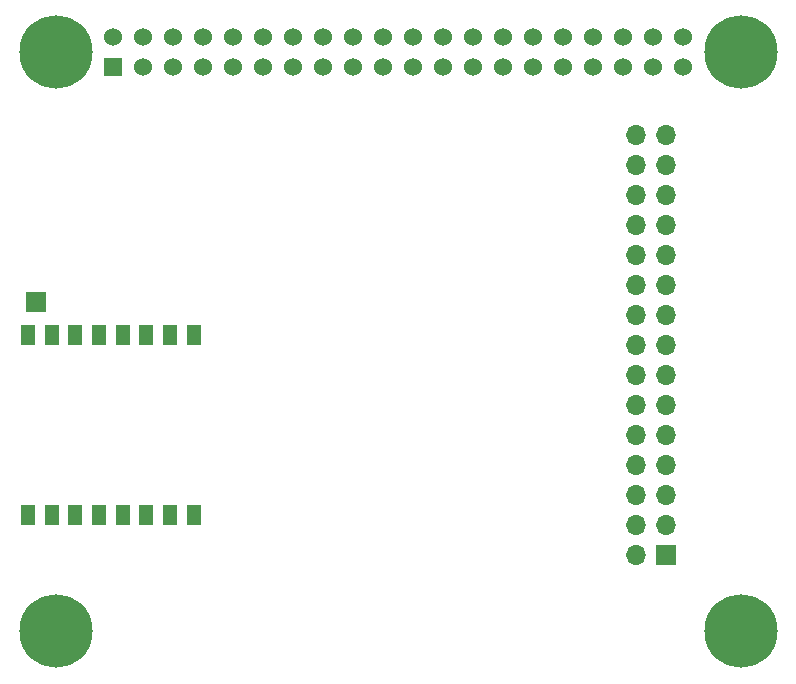
<source format=gbr>
G04 #@! TF.GenerationSoftware,KiCad,Pcbnew,5.1.7-a382d34a8~88~ubuntu18.04.1*
G04 #@! TF.CreationDate,2021-05-25T15:59:45+05:30*
G04 #@! TF.ProjectId,Gateway_v1,47617465-7761-4795-9f76-312e6b696361,rev?*
G04 #@! TF.SameCoordinates,Original*
G04 #@! TF.FileFunction,Soldermask,Bot*
G04 #@! TF.FilePolarity,Negative*
%FSLAX46Y46*%
G04 Gerber Fmt 4.6, Leading zero omitted, Abs format (unit mm)*
G04 Created by KiCad (PCBNEW 5.1.7-a382d34a8~88~ubuntu18.04.1) date 2021-05-25 15:59:45*
%MOMM*%
%LPD*%
G01*
G04 APERTURE LIST*
%ADD10C,1.524000*%
%ADD11R,1.524000X1.524000*%
%ADD12C,6.200000*%
%ADD13R,1.700000X1.700000*%
%ADD14O,1.700000X1.700000*%
%ADD15R,1.200000X1.700000*%
G04 APERTURE END LIST*
D10*
G04 #@! TO.C,J1*
X148057000Y-51773700D03*
X145517000Y-51773700D03*
X142977000Y-51773700D03*
X140437000Y-51773700D03*
X137897000Y-51773700D03*
X135357000Y-51773700D03*
X148057000Y-54313700D03*
X145517000Y-54313700D03*
X142977000Y-54313700D03*
X140437000Y-54313700D03*
X137897000Y-54313700D03*
X135357000Y-54313700D03*
X132817000Y-51773700D03*
X132817000Y-54313700D03*
X130277000Y-51773700D03*
X127737000Y-51773700D03*
X125197000Y-51773700D03*
X122657000Y-51773700D03*
X120117000Y-51773700D03*
X117577000Y-51773700D03*
X130277000Y-54313700D03*
X127737000Y-54313700D03*
X125197000Y-54313700D03*
X122657000Y-54313700D03*
X120117000Y-54313700D03*
X117577000Y-54313700D03*
X115037000Y-51773700D03*
X115037000Y-54313700D03*
X112497000Y-51773700D03*
X109957000Y-51773700D03*
X107417000Y-51773700D03*
X104877000Y-51773700D03*
X102337000Y-51773700D03*
X99797000Y-51773700D03*
X112497000Y-54313700D03*
X109957000Y-54313700D03*
X107417000Y-54313700D03*
X104877000Y-54313700D03*
X102337000Y-54313700D03*
D11*
X99797000Y-54313700D03*
D12*
X94927000Y-53043700D03*
X152927000Y-53043700D03*
X152927000Y-102043700D03*
X94927000Y-102043700D03*
G04 #@! TD*
D13*
G04 #@! TO.C,AE1*
X93268800Y-74201000D03*
G04 #@! TD*
D14*
G04 #@! TO.C,J2*
X144107000Y-60035400D03*
X146647000Y-60035400D03*
X144107000Y-62575400D03*
X146647000Y-62575400D03*
X144107000Y-65115400D03*
X146647000Y-65115400D03*
X144107000Y-67655400D03*
X146647000Y-67655400D03*
X144107000Y-70195400D03*
X146647000Y-70195400D03*
X144107000Y-72735400D03*
X146647000Y-72735400D03*
X144107000Y-75275400D03*
X146647000Y-75275400D03*
X144107000Y-77815400D03*
X146647000Y-77815400D03*
X144107000Y-80355400D03*
X146647000Y-80355400D03*
X144107000Y-82895400D03*
X146647000Y-82895400D03*
X144107000Y-85435400D03*
X146647000Y-85435400D03*
X144107000Y-87975400D03*
X146647000Y-87975400D03*
X144107000Y-90515400D03*
X146647000Y-90515400D03*
X144107000Y-93055400D03*
X146647000Y-93055400D03*
X144107000Y-95595400D03*
D13*
X146647000Y-95595400D03*
G04 #@! TD*
D15*
G04 #@! TO.C,U1*
X92611200Y-76982400D03*
X94611200Y-76982400D03*
X96611200Y-76982400D03*
X98611200Y-76982400D03*
X100611200Y-76982400D03*
X102611200Y-76982400D03*
X104611200Y-76982400D03*
X106611200Y-76982400D03*
X106611200Y-92212400D03*
X104611200Y-92212400D03*
X102611200Y-92212400D03*
X100611200Y-92212400D03*
X98611200Y-92212400D03*
X96611200Y-92212400D03*
X94611200Y-92212400D03*
X92611200Y-92212400D03*
G04 #@! TD*
M02*

</source>
